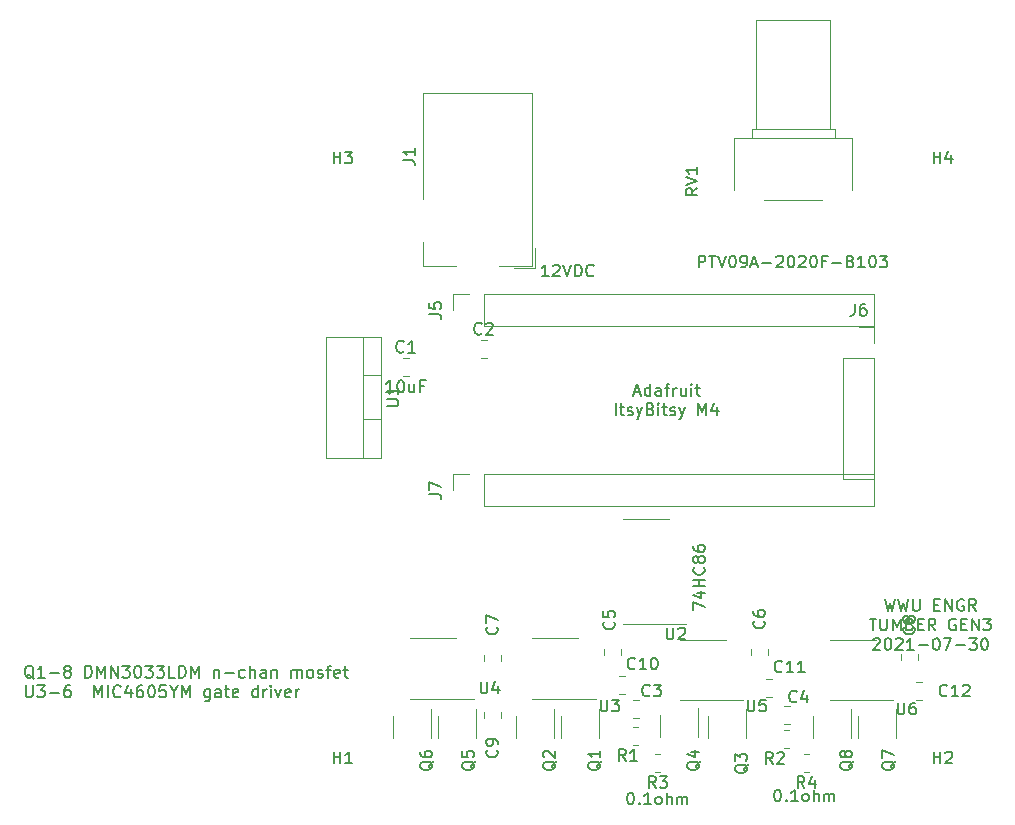
<source format=gbr>
G04 #@! TF.GenerationSoftware,KiCad,Pcbnew,5.1.7-a382d34a8~88~ubuntu18.04.1*
G04 #@! TF.CreationDate,2021-08-02T14:04:30-07:00*
G04 #@! TF.ProjectId,tumbler_gen3,74756d62-6c65-4725-9f67-656e332e6b69,V1.7*
G04 #@! TF.SameCoordinates,Original*
G04 #@! TF.FileFunction,Legend,Top*
G04 #@! TF.FilePolarity,Positive*
%FSLAX46Y46*%
G04 Gerber Fmt 4.6, Leading zero omitted, Abs format (unit mm)*
G04 Created by KiCad (PCBNEW 5.1.7-a382d34a8~88~ubuntu18.04.1) date 2021-08-02 14:04:30*
%MOMM*%
%LPD*%
G01*
G04 APERTURE LIST*
%ADD10C,0.152400*%
%ADD11C,0.150000*%
%ADD12C,0.120000*%
G04 APERTURE END LIST*
D10*
X163832298Y-150086180D02*
X163735536Y-150037800D01*
X163638774Y-149941038D01*
X163493631Y-149795895D01*
X163396869Y-149747514D01*
X163300107Y-149747514D01*
X163348488Y-149989419D02*
X163251726Y-149941038D01*
X163154964Y-149844276D01*
X163106583Y-149650752D01*
X163106583Y-149312085D01*
X163154964Y-149118561D01*
X163251726Y-149021800D01*
X163348488Y-148973419D01*
X163542012Y-148973419D01*
X163638774Y-149021800D01*
X163735536Y-149118561D01*
X163783917Y-149312085D01*
X163783917Y-149650752D01*
X163735536Y-149844276D01*
X163638774Y-149941038D01*
X163542012Y-149989419D01*
X163348488Y-149989419D01*
X164751536Y-149989419D02*
X164170964Y-149989419D01*
X164461250Y-149989419D02*
X164461250Y-148973419D01*
X164364488Y-149118561D01*
X164267726Y-149215323D01*
X164170964Y-149263704D01*
X165186964Y-149602371D02*
X165961060Y-149602371D01*
X166590012Y-149408847D02*
X166493250Y-149360466D01*
X166444869Y-149312085D01*
X166396488Y-149215323D01*
X166396488Y-149166942D01*
X166444869Y-149070180D01*
X166493250Y-149021800D01*
X166590012Y-148973419D01*
X166783536Y-148973419D01*
X166880298Y-149021800D01*
X166928679Y-149070180D01*
X166977060Y-149166942D01*
X166977060Y-149215323D01*
X166928679Y-149312085D01*
X166880298Y-149360466D01*
X166783536Y-149408847D01*
X166590012Y-149408847D01*
X166493250Y-149457228D01*
X166444869Y-149505609D01*
X166396488Y-149602371D01*
X166396488Y-149795895D01*
X166444869Y-149892657D01*
X166493250Y-149941038D01*
X166590012Y-149989419D01*
X166783536Y-149989419D01*
X166880298Y-149941038D01*
X166928679Y-149892657D01*
X166977060Y-149795895D01*
X166977060Y-149602371D01*
X166928679Y-149505609D01*
X166880298Y-149457228D01*
X166783536Y-149408847D01*
X168186583Y-149989419D02*
X168186583Y-148973419D01*
X168428488Y-148973419D01*
X168573631Y-149021800D01*
X168670393Y-149118561D01*
X168718774Y-149215323D01*
X168767155Y-149408847D01*
X168767155Y-149553990D01*
X168718774Y-149747514D01*
X168670393Y-149844276D01*
X168573631Y-149941038D01*
X168428488Y-149989419D01*
X168186583Y-149989419D01*
X169202583Y-149989419D02*
X169202583Y-148973419D01*
X169541250Y-149699133D01*
X169879917Y-148973419D01*
X169879917Y-149989419D01*
X170363726Y-149989419D02*
X170363726Y-148973419D01*
X170944298Y-149989419D01*
X170944298Y-148973419D01*
X171331345Y-148973419D02*
X171960298Y-148973419D01*
X171621631Y-149360466D01*
X171766774Y-149360466D01*
X171863536Y-149408847D01*
X171911917Y-149457228D01*
X171960298Y-149553990D01*
X171960298Y-149795895D01*
X171911917Y-149892657D01*
X171863536Y-149941038D01*
X171766774Y-149989419D01*
X171476488Y-149989419D01*
X171379726Y-149941038D01*
X171331345Y-149892657D01*
X172589250Y-148973419D02*
X172686012Y-148973419D01*
X172782774Y-149021800D01*
X172831155Y-149070180D01*
X172879536Y-149166942D01*
X172927917Y-149360466D01*
X172927917Y-149602371D01*
X172879536Y-149795895D01*
X172831155Y-149892657D01*
X172782774Y-149941038D01*
X172686012Y-149989419D01*
X172589250Y-149989419D01*
X172492488Y-149941038D01*
X172444107Y-149892657D01*
X172395726Y-149795895D01*
X172347345Y-149602371D01*
X172347345Y-149360466D01*
X172395726Y-149166942D01*
X172444107Y-149070180D01*
X172492488Y-149021800D01*
X172589250Y-148973419D01*
X173266583Y-148973419D02*
X173895536Y-148973419D01*
X173556869Y-149360466D01*
X173702012Y-149360466D01*
X173798774Y-149408847D01*
X173847155Y-149457228D01*
X173895536Y-149553990D01*
X173895536Y-149795895D01*
X173847155Y-149892657D01*
X173798774Y-149941038D01*
X173702012Y-149989419D01*
X173411726Y-149989419D01*
X173314964Y-149941038D01*
X173266583Y-149892657D01*
X174234202Y-148973419D02*
X174863155Y-148973419D01*
X174524488Y-149360466D01*
X174669631Y-149360466D01*
X174766393Y-149408847D01*
X174814774Y-149457228D01*
X174863155Y-149553990D01*
X174863155Y-149795895D01*
X174814774Y-149892657D01*
X174766393Y-149941038D01*
X174669631Y-149989419D01*
X174379345Y-149989419D01*
X174282583Y-149941038D01*
X174234202Y-149892657D01*
X175782393Y-149989419D02*
X175298583Y-149989419D01*
X175298583Y-148973419D01*
X176121060Y-149989419D02*
X176121060Y-148973419D01*
X176362964Y-148973419D01*
X176508107Y-149021800D01*
X176604869Y-149118561D01*
X176653250Y-149215323D01*
X176701631Y-149408847D01*
X176701631Y-149553990D01*
X176653250Y-149747514D01*
X176604869Y-149844276D01*
X176508107Y-149941038D01*
X176362964Y-149989419D01*
X176121060Y-149989419D01*
X177137060Y-149989419D02*
X177137060Y-148973419D01*
X177475726Y-149699133D01*
X177814393Y-148973419D01*
X177814393Y-149989419D01*
X179072298Y-149312085D02*
X179072298Y-149989419D01*
X179072298Y-149408847D02*
X179120679Y-149360466D01*
X179217440Y-149312085D01*
X179362583Y-149312085D01*
X179459345Y-149360466D01*
X179507726Y-149457228D01*
X179507726Y-149989419D01*
X179991536Y-149602371D02*
X180765631Y-149602371D01*
X181684869Y-149941038D02*
X181588107Y-149989419D01*
X181394583Y-149989419D01*
X181297821Y-149941038D01*
X181249440Y-149892657D01*
X181201060Y-149795895D01*
X181201060Y-149505609D01*
X181249440Y-149408847D01*
X181297821Y-149360466D01*
X181394583Y-149312085D01*
X181588107Y-149312085D01*
X181684869Y-149360466D01*
X182120298Y-149989419D02*
X182120298Y-148973419D01*
X182555726Y-149989419D02*
X182555726Y-149457228D01*
X182507345Y-149360466D01*
X182410583Y-149312085D01*
X182265440Y-149312085D01*
X182168679Y-149360466D01*
X182120298Y-149408847D01*
X183474964Y-149989419D02*
X183474964Y-149457228D01*
X183426583Y-149360466D01*
X183329821Y-149312085D01*
X183136298Y-149312085D01*
X183039536Y-149360466D01*
X183474964Y-149941038D02*
X183378202Y-149989419D01*
X183136298Y-149989419D01*
X183039536Y-149941038D01*
X182991155Y-149844276D01*
X182991155Y-149747514D01*
X183039536Y-149650752D01*
X183136298Y-149602371D01*
X183378202Y-149602371D01*
X183474964Y-149553990D01*
X183958774Y-149312085D02*
X183958774Y-149989419D01*
X183958774Y-149408847D02*
X184007155Y-149360466D01*
X184103917Y-149312085D01*
X184249060Y-149312085D01*
X184345821Y-149360466D01*
X184394202Y-149457228D01*
X184394202Y-149989419D01*
X185652107Y-149989419D02*
X185652107Y-149312085D01*
X185652107Y-149408847D02*
X185700488Y-149360466D01*
X185797250Y-149312085D01*
X185942393Y-149312085D01*
X186039155Y-149360466D01*
X186087536Y-149457228D01*
X186087536Y-149989419D01*
X186087536Y-149457228D02*
X186135917Y-149360466D01*
X186232679Y-149312085D01*
X186377821Y-149312085D01*
X186474583Y-149360466D01*
X186522964Y-149457228D01*
X186522964Y-149989419D01*
X187151917Y-149989419D02*
X187055155Y-149941038D01*
X187006774Y-149892657D01*
X186958393Y-149795895D01*
X186958393Y-149505609D01*
X187006774Y-149408847D01*
X187055155Y-149360466D01*
X187151917Y-149312085D01*
X187297060Y-149312085D01*
X187393821Y-149360466D01*
X187442202Y-149408847D01*
X187490583Y-149505609D01*
X187490583Y-149795895D01*
X187442202Y-149892657D01*
X187393821Y-149941038D01*
X187297060Y-149989419D01*
X187151917Y-149989419D01*
X187877631Y-149941038D02*
X187974393Y-149989419D01*
X188167917Y-149989419D01*
X188264679Y-149941038D01*
X188313060Y-149844276D01*
X188313060Y-149795895D01*
X188264679Y-149699133D01*
X188167917Y-149650752D01*
X188022774Y-149650752D01*
X187926012Y-149602371D01*
X187877631Y-149505609D01*
X187877631Y-149457228D01*
X187926012Y-149360466D01*
X188022774Y-149312085D01*
X188167917Y-149312085D01*
X188264679Y-149360466D01*
X188603345Y-149312085D02*
X188990393Y-149312085D01*
X188748488Y-149989419D02*
X188748488Y-149118561D01*
X188796869Y-149021800D01*
X188893631Y-148973419D01*
X188990393Y-148973419D01*
X189716107Y-149941038D02*
X189619345Y-149989419D01*
X189425821Y-149989419D01*
X189329060Y-149941038D01*
X189280679Y-149844276D01*
X189280679Y-149457228D01*
X189329060Y-149360466D01*
X189425821Y-149312085D01*
X189619345Y-149312085D01*
X189716107Y-149360466D01*
X189764488Y-149457228D01*
X189764488Y-149553990D01*
X189280679Y-149650752D01*
X190054774Y-149312085D02*
X190441821Y-149312085D01*
X190199917Y-148973419D02*
X190199917Y-149844276D01*
X190248298Y-149941038D01*
X190345060Y-149989419D01*
X190441821Y-149989419D01*
X163154964Y-150649819D02*
X163154964Y-151472295D01*
X163203345Y-151569057D01*
X163251726Y-151617438D01*
X163348488Y-151665819D01*
X163542012Y-151665819D01*
X163638774Y-151617438D01*
X163687155Y-151569057D01*
X163735536Y-151472295D01*
X163735536Y-150649819D01*
X164122583Y-150649819D02*
X164751536Y-150649819D01*
X164412869Y-151036866D01*
X164558012Y-151036866D01*
X164654774Y-151085247D01*
X164703155Y-151133628D01*
X164751536Y-151230390D01*
X164751536Y-151472295D01*
X164703155Y-151569057D01*
X164654774Y-151617438D01*
X164558012Y-151665819D01*
X164267726Y-151665819D01*
X164170964Y-151617438D01*
X164122583Y-151569057D01*
X165186964Y-151278771D02*
X165961060Y-151278771D01*
X166880298Y-150649819D02*
X166686774Y-150649819D01*
X166590012Y-150698200D01*
X166541631Y-150746580D01*
X166444869Y-150891723D01*
X166396488Y-151085247D01*
X166396488Y-151472295D01*
X166444869Y-151569057D01*
X166493250Y-151617438D01*
X166590012Y-151665819D01*
X166783536Y-151665819D01*
X166880298Y-151617438D01*
X166928679Y-151569057D01*
X166977060Y-151472295D01*
X166977060Y-151230390D01*
X166928679Y-151133628D01*
X166880298Y-151085247D01*
X166783536Y-151036866D01*
X166590012Y-151036866D01*
X166493250Y-151085247D01*
X166444869Y-151133628D01*
X166396488Y-151230390D01*
X168960679Y-151665819D02*
X168960679Y-150649819D01*
X169299345Y-151375533D01*
X169638012Y-150649819D01*
X169638012Y-151665819D01*
X170121821Y-151665819D02*
X170121821Y-150649819D01*
X171186202Y-151569057D02*
X171137821Y-151617438D01*
X170992679Y-151665819D01*
X170895917Y-151665819D01*
X170750774Y-151617438D01*
X170654012Y-151520676D01*
X170605631Y-151423914D01*
X170557250Y-151230390D01*
X170557250Y-151085247D01*
X170605631Y-150891723D01*
X170654012Y-150794961D01*
X170750774Y-150698200D01*
X170895917Y-150649819D01*
X170992679Y-150649819D01*
X171137821Y-150698200D01*
X171186202Y-150746580D01*
X172057060Y-150988485D02*
X172057060Y-151665819D01*
X171815155Y-150601438D02*
X171573250Y-151327152D01*
X172202202Y-151327152D01*
X173024679Y-150649819D02*
X172831155Y-150649819D01*
X172734393Y-150698200D01*
X172686012Y-150746580D01*
X172589250Y-150891723D01*
X172540869Y-151085247D01*
X172540869Y-151472295D01*
X172589250Y-151569057D01*
X172637631Y-151617438D01*
X172734393Y-151665819D01*
X172927917Y-151665819D01*
X173024679Y-151617438D01*
X173073060Y-151569057D01*
X173121440Y-151472295D01*
X173121440Y-151230390D01*
X173073060Y-151133628D01*
X173024679Y-151085247D01*
X172927917Y-151036866D01*
X172734393Y-151036866D01*
X172637631Y-151085247D01*
X172589250Y-151133628D01*
X172540869Y-151230390D01*
X173750393Y-150649819D02*
X173847155Y-150649819D01*
X173943917Y-150698200D01*
X173992298Y-150746580D01*
X174040679Y-150843342D01*
X174089060Y-151036866D01*
X174089060Y-151278771D01*
X174040679Y-151472295D01*
X173992298Y-151569057D01*
X173943917Y-151617438D01*
X173847155Y-151665819D01*
X173750393Y-151665819D01*
X173653631Y-151617438D01*
X173605250Y-151569057D01*
X173556869Y-151472295D01*
X173508488Y-151278771D01*
X173508488Y-151036866D01*
X173556869Y-150843342D01*
X173605250Y-150746580D01*
X173653631Y-150698200D01*
X173750393Y-150649819D01*
X175008298Y-150649819D02*
X174524488Y-150649819D01*
X174476107Y-151133628D01*
X174524488Y-151085247D01*
X174621250Y-151036866D01*
X174863155Y-151036866D01*
X174959917Y-151085247D01*
X175008298Y-151133628D01*
X175056679Y-151230390D01*
X175056679Y-151472295D01*
X175008298Y-151569057D01*
X174959917Y-151617438D01*
X174863155Y-151665819D01*
X174621250Y-151665819D01*
X174524488Y-151617438D01*
X174476107Y-151569057D01*
X175685631Y-151182009D02*
X175685631Y-151665819D01*
X175346964Y-150649819D02*
X175685631Y-151182009D01*
X176024298Y-150649819D01*
X176362964Y-151665819D02*
X176362964Y-150649819D01*
X176701631Y-151375533D01*
X177040298Y-150649819D01*
X177040298Y-151665819D01*
X178733631Y-150988485D02*
X178733631Y-151810961D01*
X178685250Y-151907723D01*
X178636869Y-151956104D01*
X178540107Y-152004485D01*
X178394964Y-152004485D01*
X178298202Y-151956104D01*
X178733631Y-151617438D02*
X178636869Y-151665819D01*
X178443345Y-151665819D01*
X178346583Y-151617438D01*
X178298202Y-151569057D01*
X178249821Y-151472295D01*
X178249821Y-151182009D01*
X178298202Y-151085247D01*
X178346583Y-151036866D01*
X178443345Y-150988485D01*
X178636869Y-150988485D01*
X178733631Y-151036866D01*
X179652869Y-151665819D02*
X179652869Y-151133628D01*
X179604488Y-151036866D01*
X179507726Y-150988485D01*
X179314202Y-150988485D01*
X179217440Y-151036866D01*
X179652869Y-151617438D02*
X179556107Y-151665819D01*
X179314202Y-151665819D01*
X179217440Y-151617438D01*
X179169060Y-151520676D01*
X179169060Y-151423914D01*
X179217440Y-151327152D01*
X179314202Y-151278771D01*
X179556107Y-151278771D01*
X179652869Y-151230390D01*
X179991536Y-150988485D02*
X180378583Y-150988485D01*
X180136679Y-150649819D02*
X180136679Y-151520676D01*
X180185060Y-151617438D01*
X180281821Y-151665819D01*
X180378583Y-151665819D01*
X181104298Y-151617438D02*
X181007536Y-151665819D01*
X180814012Y-151665819D01*
X180717250Y-151617438D01*
X180668869Y-151520676D01*
X180668869Y-151133628D01*
X180717250Y-151036866D01*
X180814012Y-150988485D01*
X181007536Y-150988485D01*
X181104298Y-151036866D01*
X181152679Y-151133628D01*
X181152679Y-151230390D01*
X180668869Y-151327152D01*
X182797631Y-151665819D02*
X182797631Y-150649819D01*
X182797631Y-151617438D02*
X182700869Y-151665819D01*
X182507345Y-151665819D01*
X182410583Y-151617438D01*
X182362202Y-151569057D01*
X182313821Y-151472295D01*
X182313821Y-151182009D01*
X182362202Y-151085247D01*
X182410583Y-151036866D01*
X182507345Y-150988485D01*
X182700869Y-150988485D01*
X182797631Y-151036866D01*
X183281440Y-151665819D02*
X183281440Y-150988485D01*
X183281440Y-151182009D02*
X183329821Y-151085247D01*
X183378202Y-151036866D01*
X183474964Y-150988485D01*
X183571726Y-150988485D01*
X183910393Y-151665819D02*
X183910393Y-150988485D01*
X183910393Y-150649819D02*
X183862012Y-150698200D01*
X183910393Y-150746580D01*
X183958774Y-150698200D01*
X183910393Y-150649819D01*
X183910393Y-150746580D01*
X184297440Y-150988485D02*
X184539345Y-151665819D01*
X184781250Y-150988485D01*
X185555345Y-151617438D02*
X185458583Y-151665819D01*
X185265060Y-151665819D01*
X185168298Y-151617438D01*
X185119917Y-151520676D01*
X185119917Y-151133628D01*
X185168298Y-151036866D01*
X185265060Y-150988485D01*
X185458583Y-150988485D01*
X185555345Y-151036866D01*
X185603726Y-151133628D01*
X185603726Y-151230390D01*
X185119917Y-151327152D01*
X186039155Y-151665819D02*
X186039155Y-150988485D01*
X186039155Y-151182009D02*
X186087536Y-151085247D01*
X186135917Y-151036866D01*
X186232679Y-150988485D01*
X186329440Y-150988485D01*
D11*
X220139619Y-115260380D02*
X220139619Y-114260380D01*
X220520571Y-114260380D01*
X220615809Y-114308000D01*
X220663428Y-114355619D01*
X220711047Y-114450857D01*
X220711047Y-114593714D01*
X220663428Y-114688952D01*
X220615809Y-114736571D01*
X220520571Y-114784190D01*
X220139619Y-114784190D01*
X220996761Y-114260380D02*
X221568190Y-114260380D01*
X221282476Y-115260380D02*
X221282476Y-114260380D01*
X221758666Y-114260380D02*
X222092000Y-115260380D01*
X222425333Y-114260380D01*
X222949142Y-114260380D02*
X223044380Y-114260380D01*
X223139619Y-114308000D01*
X223187238Y-114355619D01*
X223234857Y-114450857D01*
X223282476Y-114641333D01*
X223282476Y-114879428D01*
X223234857Y-115069904D01*
X223187238Y-115165142D01*
X223139619Y-115212761D01*
X223044380Y-115260380D01*
X222949142Y-115260380D01*
X222853904Y-115212761D01*
X222806285Y-115165142D01*
X222758666Y-115069904D01*
X222711047Y-114879428D01*
X222711047Y-114641333D01*
X222758666Y-114450857D01*
X222806285Y-114355619D01*
X222853904Y-114308000D01*
X222949142Y-114260380D01*
X223758666Y-115260380D02*
X223949142Y-115260380D01*
X224044380Y-115212761D01*
X224092000Y-115165142D01*
X224187238Y-115022285D01*
X224234857Y-114831809D01*
X224234857Y-114450857D01*
X224187238Y-114355619D01*
X224139619Y-114308000D01*
X224044380Y-114260380D01*
X223853904Y-114260380D01*
X223758666Y-114308000D01*
X223711047Y-114355619D01*
X223663428Y-114450857D01*
X223663428Y-114688952D01*
X223711047Y-114784190D01*
X223758666Y-114831809D01*
X223853904Y-114879428D01*
X224044380Y-114879428D01*
X224139619Y-114831809D01*
X224187238Y-114784190D01*
X224234857Y-114688952D01*
X224615809Y-114974666D02*
X225092000Y-114974666D01*
X224520571Y-115260380D02*
X224853904Y-114260380D01*
X225187238Y-115260380D01*
X225520571Y-114879428D02*
X226282476Y-114879428D01*
X226711047Y-114355619D02*
X226758666Y-114308000D01*
X226853904Y-114260380D01*
X227092000Y-114260380D01*
X227187238Y-114308000D01*
X227234857Y-114355619D01*
X227282476Y-114450857D01*
X227282476Y-114546095D01*
X227234857Y-114688952D01*
X226663428Y-115260380D01*
X227282476Y-115260380D01*
X227901523Y-114260380D02*
X227996761Y-114260380D01*
X228092000Y-114308000D01*
X228139619Y-114355619D01*
X228187238Y-114450857D01*
X228234857Y-114641333D01*
X228234857Y-114879428D01*
X228187238Y-115069904D01*
X228139619Y-115165142D01*
X228092000Y-115212761D01*
X227996761Y-115260380D01*
X227901523Y-115260380D01*
X227806285Y-115212761D01*
X227758666Y-115165142D01*
X227711047Y-115069904D01*
X227663428Y-114879428D01*
X227663428Y-114641333D01*
X227711047Y-114450857D01*
X227758666Y-114355619D01*
X227806285Y-114308000D01*
X227901523Y-114260380D01*
X228615809Y-114355619D02*
X228663428Y-114308000D01*
X228758666Y-114260380D01*
X228996761Y-114260380D01*
X229092000Y-114308000D01*
X229139619Y-114355619D01*
X229187238Y-114450857D01*
X229187238Y-114546095D01*
X229139619Y-114688952D01*
X228568190Y-115260380D01*
X229187238Y-115260380D01*
X229806285Y-114260380D02*
X229901523Y-114260380D01*
X229996761Y-114308000D01*
X230044380Y-114355619D01*
X230092000Y-114450857D01*
X230139619Y-114641333D01*
X230139619Y-114879428D01*
X230092000Y-115069904D01*
X230044380Y-115165142D01*
X229996761Y-115212761D01*
X229901523Y-115260380D01*
X229806285Y-115260380D01*
X229711047Y-115212761D01*
X229663428Y-115165142D01*
X229615809Y-115069904D01*
X229568190Y-114879428D01*
X229568190Y-114641333D01*
X229615809Y-114450857D01*
X229663428Y-114355619D01*
X229711047Y-114308000D01*
X229806285Y-114260380D01*
X230901523Y-114736571D02*
X230568190Y-114736571D01*
X230568190Y-115260380D02*
X230568190Y-114260380D01*
X231044380Y-114260380D01*
X231425333Y-114879428D02*
X232187238Y-114879428D01*
X232996761Y-114736571D02*
X233139619Y-114784190D01*
X233187238Y-114831809D01*
X233234857Y-114927047D01*
X233234857Y-115069904D01*
X233187238Y-115165142D01*
X233139619Y-115212761D01*
X233044380Y-115260380D01*
X232663428Y-115260380D01*
X232663428Y-114260380D01*
X232996761Y-114260380D01*
X233092000Y-114308000D01*
X233139619Y-114355619D01*
X233187238Y-114450857D01*
X233187238Y-114546095D01*
X233139619Y-114641333D01*
X233092000Y-114688952D01*
X232996761Y-114736571D01*
X232663428Y-114736571D01*
X234187238Y-115260380D02*
X233615809Y-115260380D01*
X233901523Y-115260380D02*
X233901523Y-114260380D01*
X233806285Y-114403238D01*
X233711047Y-114498476D01*
X233615809Y-114546095D01*
X234806285Y-114260380D02*
X234901523Y-114260380D01*
X234996761Y-114308000D01*
X235044380Y-114355619D01*
X235092000Y-114450857D01*
X235139619Y-114641333D01*
X235139619Y-114879428D01*
X235092000Y-115069904D01*
X235044380Y-115165142D01*
X234996761Y-115212761D01*
X234901523Y-115260380D01*
X234806285Y-115260380D01*
X234711047Y-115212761D01*
X234663428Y-115165142D01*
X234615809Y-115069904D01*
X234568190Y-114879428D01*
X234568190Y-114641333D01*
X234615809Y-114450857D01*
X234663428Y-114355619D01*
X234711047Y-114308000D01*
X234806285Y-114260380D01*
X235472952Y-114260380D02*
X236092000Y-114260380D01*
X235758666Y-114641333D01*
X235901523Y-114641333D01*
X235996761Y-114688952D01*
X236044380Y-114736571D01*
X236092000Y-114831809D01*
X236092000Y-115069904D01*
X236044380Y-115165142D01*
X235996761Y-115212761D01*
X235901523Y-115260380D01*
X235615809Y-115260380D01*
X235520571Y-115212761D01*
X235472952Y-115165142D01*
X235895047Y-143344380D02*
X236133142Y-144344380D01*
X236323619Y-143630095D01*
X236514095Y-144344380D01*
X236752190Y-143344380D01*
X237037904Y-143344380D02*
X237276000Y-144344380D01*
X237466476Y-143630095D01*
X237656952Y-144344380D01*
X237895047Y-143344380D01*
X238276000Y-143344380D02*
X238276000Y-144153904D01*
X238323619Y-144249142D01*
X238371238Y-144296761D01*
X238466476Y-144344380D01*
X238656952Y-144344380D01*
X238752190Y-144296761D01*
X238799809Y-144249142D01*
X238847428Y-144153904D01*
X238847428Y-143344380D01*
X240085523Y-143820571D02*
X240418857Y-143820571D01*
X240561714Y-144344380D02*
X240085523Y-144344380D01*
X240085523Y-143344380D01*
X240561714Y-143344380D01*
X240990285Y-144344380D02*
X240990285Y-143344380D01*
X241561714Y-144344380D01*
X241561714Y-143344380D01*
X242561714Y-143392000D02*
X242466476Y-143344380D01*
X242323619Y-143344380D01*
X242180761Y-143392000D01*
X242085523Y-143487238D01*
X242037904Y-143582476D01*
X241990285Y-143772952D01*
X241990285Y-143915809D01*
X242037904Y-144106285D01*
X242085523Y-144201523D01*
X242180761Y-144296761D01*
X242323619Y-144344380D01*
X242418857Y-144344380D01*
X242561714Y-144296761D01*
X242609333Y-144249142D01*
X242609333Y-143915809D01*
X242418857Y-143915809D01*
X243609333Y-144344380D02*
X243276000Y-143868190D01*
X243037904Y-144344380D02*
X243037904Y-143344380D01*
X243418857Y-143344380D01*
X243514095Y-143392000D01*
X243561714Y-143439619D01*
X243609333Y-143534857D01*
X243609333Y-143677714D01*
X243561714Y-143772952D01*
X243514095Y-143820571D01*
X243418857Y-143868190D01*
X243037904Y-143868190D01*
X234609333Y-144994380D02*
X235180761Y-144994380D01*
X234895047Y-145994380D02*
X234895047Y-144994380D01*
X235514095Y-144994380D02*
X235514095Y-145803904D01*
X235561714Y-145899142D01*
X235609333Y-145946761D01*
X235704571Y-145994380D01*
X235895047Y-145994380D01*
X235990285Y-145946761D01*
X236037904Y-145899142D01*
X236085523Y-145803904D01*
X236085523Y-144994380D01*
X236561714Y-145994380D02*
X236561714Y-144994380D01*
X236895047Y-145708666D01*
X237228380Y-144994380D01*
X237228380Y-145994380D01*
X238037904Y-145470571D02*
X238180761Y-145518190D01*
X238228380Y-145565809D01*
X238276000Y-145661047D01*
X238276000Y-145803904D01*
X238228380Y-145899142D01*
X238180761Y-145946761D01*
X238085523Y-145994380D01*
X237704571Y-145994380D01*
X237704571Y-144994380D01*
X238037904Y-144994380D01*
X238133142Y-145042000D01*
X238180761Y-145089619D01*
X238228380Y-145184857D01*
X238228380Y-145280095D01*
X238180761Y-145375333D01*
X238133142Y-145422952D01*
X238037904Y-145470571D01*
X237704571Y-145470571D01*
X238704571Y-145470571D02*
X239037904Y-145470571D01*
X239180761Y-145994380D02*
X238704571Y-145994380D01*
X238704571Y-144994380D01*
X239180761Y-144994380D01*
X240180761Y-145994380D02*
X239847428Y-145518190D01*
X239609333Y-145994380D02*
X239609333Y-144994380D01*
X239990285Y-144994380D01*
X240085523Y-145042000D01*
X240133142Y-145089619D01*
X240180761Y-145184857D01*
X240180761Y-145327714D01*
X240133142Y-145422952D01*
X240085523Y-145470571D01*
X239990285Y-145518190D01*
X239609333Y-145518190D01*
X241895047Y-145042000D02*
X241799809Y-144994380D01*
X241656952Y-144994380D01*
X241514095Y-145042000D01*
X241418857Y-145137238D01*
X241371238Y-145232476D01*
X241323619Y-145422952D01*
X241323619Y-145565809D01*
X241371238Y-145756285D01*
X241418857Y-145851523D01*
X241514095Y-145946761D01*
X241656952Y-145994380D01*
X241752190Y-145994380D01*
X241895047Y-145946761D01*
X241942666Y-145899142D01*
X241942666Y-145565809D01*
X241752190Y-145565809D01*
X242371238Y-145470571D02*
X242704571Y-145470571D01*
X242847428Y-145994380D02*
X242371238Y-145994380D01*
X242371238Y-144994380D01*
X242847428Y-144994380D01*
X243276000Y-145994380D02*
X243276000Y-144994380D01*
X243847428Y-145994380D01*
X243847428Y-144994380D01*
X244228380Y-144994380D02*
X244847428Y-144994380D01*
X244514095Y-145375333D01*
X244656952Y-145375333D01*
X244752190Y-145422952D01*
X244799809Y-145470571D01*
X244847428Y-145565809D01*
X244847428Y-145803904D01*
X244799809Y-145899142D01*
X244752190Y-145946761D01*
X244656952Y-145994380D01*
X244371238Y-145994380D01*
X244275999Y-145946761D01*
X244228380Y-145899142D01*
X234918857Y-146739619D02*
X234966476Y-146692000D01*
X235061714Y-146644380D01*
X235299809Y-146644380D01*
X235395047Y-146692000D01*
X235442666Y-146739619D01*
X235490285Y-146834857D01*
X235490285Y-146930095D01*
X235442666Y-147072952D01*
X234871238Y-147644380D01*
X235490285Y-147644380D01*
X236109333Y-146644380D02*
X236204571Y-146644380D01*
X236299809Y-146692000D01*
X236347428Y-146739619D01*
X236395047Y-146834857D01*
X236442666Y-147025333D01*
X236442666Y-147263428D01*
X236395047Y-147453904D01*
X236347428Y-147549142D01*
X236299809Y-147596761D01*
X236204571Y-147644380D01*
X236109333Y-147644380D01*
X236014095Y-147596761D01*
X235966476Y-147549142D01*
X235918857Y-147453904D01*
X235871238Y-147263428D01*
X235871238Y-147025333D01*
X235918857Y-146834857D01*
X235966476Y-146739619D01*
X236014095Y-146692000D01*
X236109333Y-146644380D01*
X236823619Y-146739619D02*
X236871238Y-146692000D01*
X236966476Y-146644380D01*
X237204571Y-146644380D01*
X237299809Y-146692000D01*
X237347428Y-146739619D01*
X237395047Y-146834857D01*
X237395047Y-146930095D01*
X237347428Y-147072952D01*
X236776000Y-147644380D01*
X237395047Y-147644380D01*
X238347428Y-147644380D02*
X237776000Y-147644380D01*
X238061714Y-147644380D02*
X238061714Y-146644380D01*
X237966476Y-146787238D01*
X237871238Y-146882476D01*
X237776000Y-146930095D01*
X238776000Y-147263428D02*
X239537904Y-147263428D01*
X240204571Y-146644380D02*
X240299809Y-146644380D01*
X240395047Y-146692000D01*
X240442666Y-146739619D01*
X240490285Y-146834857D01*
X240537904Y-147025333D01*
X240537904Y-147263428D01*
X240490285Y-147453904D01*
X240442666Y-147549142D01*
X240395047Y-147596761D01*
X240299809Y-147644380D01*
X240204571Y-147644380D01*
X240109333Y-147596761D01*
X240061714Y-147549142D01*
X240014095Y-147453904D01*
X239966476Y-147263428D01*
X239966476Y-147025333D01*
X240014095Y-146834857D01*
X240061714Y-146739619D01*
X240109333Y-146692000D01*
X240204571Y-146644380D01*
X240871238Y-146644380D02*
X241537904Y-146644380D01*
X241109333Y-147644380D01*
X241918857Y-147263428D02*
X242680761Y-147263428D01*
X243061714Y-146644380D02*
X243680761Y-146644380D01*
X243347428Y-147025333D01*
X243490285Y-147025333D01*
X243585523Y-147072952D01*
X243633142Y-147120571D01*
X243680761Y-147215809D01*
X243680761Y-147453904D01*
X243633142Y-147549142D01*
X243585523Y-147596761D01*
X243490285Y-147644380D01*
X243204571Y-147644380D01*
X243109333Y-147596761D01*
X243061714Y-147549142D01*
X244299809Y-146644380D02*
X244395047Y-146644380D01*
X244490285Y-146692000D01*
X244537904Y-146739619D01*
X244585523Y-146834857D01*
X244633142Y-147025333D01*
X244633142Y-147263428D01*
X244585523Y-147453904D01*
X244537904Y-147549142D01*
X244490285Y-147596761D01*
X244395047Y-147644380D01*
X244299809Y-147644380D01*
X244204571Y-147596761D01*
X244156952Y-147549142D01*
X244109333Y-147453904D01*
X244061714Y-147263428D01*
X244061714Y-147025333D01*
X244109333Y-146834857D01*
X244156952Y-146739619D01*
X244204571Y-146692000D01*
X244299809Y-146644380D01*
X207422952Y-116022380D02*
X206851523Y-116022380D01*
X207137238Y-116022380D02*
X207137238Y-115022380D01*
X207042000Y-115165238D01*
X206946761Y-115260476D01*
X206851523Y-115308095D01*
X207803904Y-115117619D02*
X207851523Y-115070000D01*
X207946761Y-115022380D01*
X208184857Y-115022380D01*
X208280095Y-115070000D01*
X208327714Y-115117619D01*
X208375333Y-115212857D01*
X208375333Y-115308095D01*
X208327714Y-115450952D01*
X207756285Y-116022380D01*
X208375333Y-116022380D01*
X208661047Y-115022380D02*
X208994380Y-116022380D01*
X209327714Y-115022380D01*
X209661047Y-116022380D02*
X209661047Y-115022380D01*
X209899142Y-115022380D01*
X210042000Y-115070000D01*
X210137238Y-115165238D01*
X210184857Y-115260476D01*
X210232476Y-115450952D01*
X210232476Y-115593809D01*
X210184857Y-115784285D01*
X210137238Y-115879523D01*
X210042000Y-115974761D01*
X209899142Y-116022380D01*
X209661047Y-116022380D01*
X211232476Y-115927142D02*
X211184857Y-115974761D01*
X211042000Y-116022380D01*
X210946761Y-116022380D01*
X210803904Y-115974761D01*
X210708666Y-115879523D01*
X210661047Y-115784285D01*
X210613428Y-115593809D01*
X210613428Y-115450952D01*
X210661047Y-115260476D01*
X210708666Y-115165238D01*
X210803904Y-115070000D01*
X210946761Y-115022380D01*
X211042000Y-115022380D01*
X211184857Y-115070000D01*
X211232476Y-115117619D01*
X214709714Y-125833666D02*
X215185904Y-125833666D01*
X214614476Y-126119380D02*
X214947809Y-125119380D01*
X215281142Y-126119380D01*
X216043047Y-126119380D02*
X216043047Y-125119380D01*
X216043047Y-126071761D02*
X215947809Y-126119380D01*
X215757333Y-126119380D01*
X215662095Y-126071761D01*
X215614476Y-126024142D01*
X215566857Y-125928904D01*
X215566857Y-125643190D01*
X215614476Y-125547952D01*
X215662095Y-125500333D01*
X215757333Y-125452714D01*
X215947809Y-125452714D01*
X216043047Y-125500333D01*
X216947809Y-126119380D02*
X216947809Y-125595571D01*
X216900190Y-125500333D01*
X216804952Y-125452714D01*
X216614476Y-125452714D01*
X216519238Y-125500333D01*
X216947809Y-126071761D02*
X216852571Y-126119380D01*
X216614476Y-126119380D01*
X216519238Y-126071761D01*
X216471619Y-125976523D01*
X216471619Y-125881285D01*
X216519238Y-125786047D01*
X216614476Y-125738428D01*
X216852571Y-125738428D01*
X216947809Y-125690809D01*
X217281142Y-125452714D02*
X217662095Y-125452714D01*
X217424000Y-126119380D02*
X217424000Y-125262238D01*
X217471619Y-125167000D01*
X217566857Y-125119380D01*
X217662095Y-125119380D01*
X217995428Y-126119380D02*
X217995428Y-125452714D01*
X217995428Y-125643190D02*
X218043047Y-125547952D01*
X218090666Y-125500333D01*
X218185904Y-125452714D01*
X218281142Y-125452714D01*
X219043047Y-125452714D02*
X219043047Y-126119380D01*
X218614476Y-125452714D02*
X218614476Y-125976523D01*
X218662095Y-126071761D01*
X218757333Y-126119380D01*
X218900190Y-126119380D01*
X218995428Y-126071761D01*
X219043047Y-126024142D01*
X219519238Y-126119380D02*
X219519238Y-125452714D01*
X219519238Y-125119380D02*
X219471619Y-125167000D01*
X219519238Y-125214619D01*
X219566857Y-125167000D01*
X219519238Y-125119380D01*
X219519238Y-125214619D01*
X219852571Y-125452714D02*
X220233523Y-125452714D01*
X219995428Y-125119380D02*
X219995428Y-125976523D01*
X220043047Y-126071761D01*
X220138285Y-126119380D01*
X220233523Y-126119380D01*
X213114476Y-127769380D02*
X213114476Y-126769380D01*
X213447809Y-127102714D02*
X213828761Y-127102714D01*
X213590666Y-126769380D02*
X213590666Y-127626523D01*
X213638285Y-127721761D01*
X213733523Y-127769380D01*
X213828761Y-127769380D01*
X214114476Y-127721761D02*
X214209714Y-127769380D01*
X214400190Y-127769380D01*
X214495428Y-127721761D01*
X214543047Y-127626523D01*
X214543047Y-127578904D01*
X214495428Y-127483666D01*
X214400190Y-127436047D01*
X214257333Y-127436047D01*
X214162095Y-127388428D01*
X214114476Y-127293190D01*
X214114476Y-127245571D01*
X214162095Y-127150333D01*
X214257333Y-127102714D01*
X214400190Y-127102714D01*
X214495428Y-127150333D01*
X214876380Y-127102714D02*
X215114476Y-127769380D01*
X215352571Y-127102714D02*
X215114476Y-127769380D01*
X215019238Y-128007476D01*
X214971619Y-128055095D01*
X214876380Y-128102714D01*
X216066857Y-127245571D02*
X216209714Y-127293190D01*
X216257333Y-127340809D01*
X216304952Y-127436047D01*
X216304952Y-127578904D01*
X216257333Y-127674142D01*
X216209714Y-127721761D01*
X216114476Y-127769380D01*
X215733523Y-127769380D01*
X215733523Y-126769380D01*
X216066857Y-126769380D01*
X216162095Y-126817000D01*
X216209714Y-126864619D01*
X216257333Y-126959857D01*
X216257333Y-127055095D01*
X216209714Y-127150333D01*
X216162095Y-127197952D01*
X216066857Y-127245571D01*
X215733523Y-127245571D01*
X216733523Y-127769380D02*
X216733523Y-127102714D01*
X216733523Y-126769380D02*
X216685904Y-126817000D01*
X216733523Y-126864619D01*
X216781142Y-126817000D01*
X216733523Y-126769380D01*
X216733523Y-126864619D01*
X217066857Y-127102714D02*
X217447809Y-127102714D01*
X217209714Y-126769380D02*
X217209714Y-127626523D01*
X217257333Y-127721761D01*
X217352571Y-127769380D01*
X217447809Y-127769380D01*
X217733523Y-127721761D02*
X217828761Y-127769380D01*
X218019238Y-127769380D01*
X218114476Y-127721761D01*
X218162095Y-127626523D01*
X218162095Y-127578904D01*
X218114476Y-127483666D01*
X218019238Y-127436047D01*
X217876380Y-127436047D01*
X217781142Y-127388428D01*
X217733523Y-127293190D01*
X217733523Y-127245571D01*
X217781142Y-127150333D01*
X217876380Y-127102714D01*
X218019238Y-127102714D01*
X218114476Y-127150333D01*
X218495428Y-127102714D02*
X218733523Y-127769380D01*
X218971619Y-127102714D02*
X218733523Y-127769380D01*
X218638285Y-128007476D01*
X218590666Y-128055095D01*
X218495428Y-128102714D01*
X220114476Y-127769380D02*
X220114476Y-126769380D01*
X220447809Y-127483666D01*
X220781142Y-126769380D01*
X220781142Y-127769380D01*
X221685904Y-127102714D02*
X221685904Y-127769380D01*
X221447809Y-126721761D02*
X221209714Y-127436047D01*
X221828761Y-127436047D01*
D12*
X215079252Y-153389000D02*
X214556748Y-153389000D01*
X215079252Y-151919000D02*
X214556748Y-151919000D01*
X238498748Y-151865000D02*
X239021252Y-151865000D01*
X238498748Y-150395000D02*
X239021252Y-150395000D01*
X225798748Y-151611000D02*
X226321252Y-151611000D01*
X225798748Y-150141000D02*
X226321252Y-150141000D01*
X213352748Y-151357000D02*
X213875252Y-151357000D01*
X213352748Y-149887000D02*
X213875252Y-149887000D01*
X201957000Y-152900748D02*
X201957000Y-153423252D01*
X203427000Y-152900748D02*
X203427000Y-153423252D01*
X206262000Y-115340000D02*
X204522000Y-115340000D01*
X206262000Y-113600000D02*
X206262000Y-115340000D01*
X196822000Y-115100000D02*
X196822000Y-113100000D01*
X199622000Y-115100000D02*
X196822000Y-115100000D01*
X206022000Y-115100000D02*
X203222000Y-115100000D01*
X206022000Y-100500000D02*
X206022000Y-115100000D01*
X196822000Y-100500000D02*
X206022000Y-100500000D01*
X196822000Y-109500000D02*
X196822000Y-100500000D01*
X193262000Y-128089000D02*
X191752000Y-128089000D01*
X193262000Y-124388000D02*
X191752000Y-124388000D01*
X191752000Y-121118000D02*
X191752000Y-131358000D01*
X193262000Y-131358000D02*
X188621000Y-131358000D01*
X193262000Y-121118000D02*
X188621000Y-121118000D01*
X188621000Y-121118000D02*
X188621000Y-131358000D01*
X193262000Y-121118000D02*
X193262000Y-131358000D01*
X225012000Y-94330000D02*
X231252000Y-94330000D01*
X225012000Y-103530000D02*
X231252000Y-103530000D01*
X231252000Y-103530000D02*
X231252000Y-94330000D01*
X225012000Y-103530000D02*
X225012000Y-94330000D01*
X224612000Y-103530000D02*
X231652000Y-103530000D01*
X224612000Y-104330000D02*
X231652000Y-104330000D01*
X231652000Y-104330000D02*
X231652000Y-103530000D01*
X224612000Y-104330000D02*
X224612000Y-103530000D01*
X223162000Y-104330000D02*
X233102000Y-104330000D01*
X225688000Y-109570000D02*
X230577000Y-109570000D01*
X233102000Y-108695000D02*
X233102000Y-104330000D01*
X223162000Y-108695000D02*
X223162000Y-104330000D01*
X233172000Y-146792000D02*
X231222000Y-146792000D01*
X233172000Y-146792000D02*
X235122000Y-146792000D01*
X233172000Y-151912000D02*
X231222000Y-151912000D01*
X233172000Y-151912000D02*
X236622000Y-151912000D01*
X220472000Y-146792000D02*
X218522000Y-146792000D01*
X220472000Y-146792000D02*
X222422000Y-146792000D01*
X220472000Y-151912000D02*
X218522000Y-151912000D01*
X220472000Y-151912000D02*
X223922000Y-151912000D01*
X197677000Y-146665000D02*
X195727000Y-146665000D01*
X197677000Y-146665000D02*
X199627000Y-146665000D01*
X197677000Y-151785000D02*
X195727000Y-151785000D01*
X197677000Y-151785000D02*
X201127000Y-151785000D01*
X207961000Y-146665000D02*
X206011000Y-146665000D01*
X207961000Y-146665000D02*
X209911000Y-146665000D01*
X207961000Y-151785000D02*
X206011000Y-151785000D01*
X207961000Y-151785000D02*
X211411000Y-151785000D01*
X215646000Y-136535000D02*
X213696000Y-136535000D01*
X215646000Y-136535000D02*
X217596000Y-136535000D01*
X215646000Y-145405000D02*
X213696000Y-145405000D01*
X215646000Y-145405000D02*
X219096000Y-145405000D01*
X229485564Y-157961000D02*
X229031436Y-157961000D01*
X229485564Y-156491000D02*
X229031436Y-156491000D01*
X216889064Y-157961000D02*
X216434936Y-157961000D01*
X216889064Y-156491000D02*
X216434936Y-156491000D01*
X227811064Y-155929000D02*
X227356936Y-155929000D01*
X227811064Y-154459000D02*
X227356936Y-154459000D01*
X215007564Y-155675000D02*
X214553436Y-155675000D01*
X215007564Y-154205000D02*
X214553436Y-154205000D01*
X229784000Y-153278000D02*
X229784000Y-155078000D01*
X233004000Y-155078000D02*
X233004000Y-152628000D01*
X233594000Y-153278000D02*
X233594000Y-155078000D01*
X236814000Y-155078000D02*
X236814000Y-152628000D01*
X194224000Y-153278000D02*
X194224000Y-155078000D01*
X197444000Y-155078000D02*
X197444000Y-152628000D01*
X198034000Y-153278000D02*
X198034000Y-155078000D01*
X201254000Y-155078000D02*
X201254000Y-152628000D01*
X216896000Y-153194000D02*
X216896000Y-154994000D01*
X220116000Y-154994000D02*
X220116000Y-152544000D01*
X220894000Y-153278000D02*
X220894000Y-155078000D01*
X224114000Y-155078000D02*
X224114000Y-152628000D01*
X204638000Y-153278000D02*
X204638000Y-155078000D01*
X207858000Y-155078000D02*
X207858000Y-152628000D01*
X208448000Y-153278000D02*
X208448000Y-155078000D01*
X211668000Y-155078000D02*
X211668000Y-152628000D01*
X237263000Y-148531252D02*
X237263000Y-148008748D01*
X238733000Y-148531252D02*
X238733000Y-148008748D01*
X201957000Y-148597252D02*
X201957000Y-148074748D01*
X203427000Y-148597252D02*
X203427000Y-148074748D01*
X224563000Y-148089252D02*
X224563000Y-147566748D01*
X226033000Y-148089252D02*
X226033000Y-147566748D01*
X212117000Y-148089252D02*
X212117000Y-147566748D01*
X213587000Y-148089252D02*
X213587000Y-147566748D01*
X227845252Y-153897000D02*
X227322748Y-153897000D01*
X227845252Y-152427000D02*
X227322748Y-152427000D01*
X201668748Y-121439000D02*
X202191252Y-121439000D01*
X201668748Y-122909000D02*
X202191252Y-122909000D01*
X195064748Y-122963000D02*
X195587252Y-122963000D01*
X195064748Y-124433000D02*
X195587252Y-124433000D01*
X201930000Y-120202000D02*
X201930000Y-117542000D01*
X201930000Y-120202000D02*
X235010000Y-120202000D01*
X235010000Y-120202000D02*
X235010000Y-117542000D01*
X201930000Y-117542000D02*
X235010000Y-117542000D01*
X199330000Y-117542000D02*
X200660000Y-117542000D01*
X199330000Y-118872000D02*
X199330000Y-117542000D01*
X201930000Y-135442000D02*
X201930000Y-132782000D01*
X201930000Y-135442000D02*
X235010000Y-135442000D01*
X235010000Y-135442000D02*
X235010000Y-132782000D01*
X201930000Y-132782000D02*
X235010000Y-132782000D01*
X199330000Y-132782000D02*
X200660000Y-132782000D01*
X199330000Y-134112000D02*
X199330000Y-132782000D01*
X232350000Y-122936000D02*
X235010000Y-122936000D01*
X232350000Y-122936000D02*
X232350000Y-133156000D01*
X232350000Y-133156000D02*
X235010000Y-133156000D01*
X235010000Y-122936000D02*
X235010000Y-133156000D01*
X235010000Y-120336000D02*
X235010000Y-121666000D01*
X233680000Y-120336000D02*
X235010000Y-120336000D01*
D11*
X240030095Y-157242380D02*
X240030095Y-156242380D01*
X240030095Y-156718571D02*
X240601523Y-156718571D01*
X240601523Y-157242380D02*
X240601523Y-156242380D01*
X241030095Y-156337619D02*
X241077714Y-156290000D01*
X241172952Y-156242380D01*
X241411047Y-156242380D01*
X241506285Y-156290000D01*
X241553904Y-156337619D01*
X241601523Y-156432857D01*
X241601523Y-156528095D01*
X241553904Y-156670952D01*
X240982476Y-157242380D01*
X241601523Y-157242380D01*
X189230095Y-157242380D02*
X189230095Y-156242380D01*
X189230095Y-156718571D02*
X189801523Y-156718571D01*
X189801523Y-157242380D02*
X189801523Y-156242380D01*
X190801523Y-157242380D02*
X190230095Y-157242380D01*
X190515809Y-157242380D02*
X190515809Y-156242380D01*
X190420571Y-156385238D01*
X190325333Y-156480476D01*
X190230095Y-156528095D01*
X215987333Y-151487142D02*
X215939714Y-151534761D01*
X215796857Y-151582380D01*
X215701619Y-151582380D01*
X215558761Y-151534761D01*
X215463523Y-151439523D01*
X215415904Y-151344285D01*
X215368285Y-151153809D01*
X215368285Y-151010952D01*
X215415904Y-150820476D01*
X215463523Y-150725238D01*
X215558761Y-150630000D01*
X215701619Y-150582380D01*
X215796857Y-150582380D01*
X215939714Y-150630000D01*
X215987333Y-150677619D01*
X216320666Y-150582380D02*
X216939714Y-150582380D01*
X216606380Y-150963333D01*
X216749238Y-150963333D01*
X216844476Y-151010952D01*
X216892095Y-151058571D01*
X216939714Y-151153809D01*
X216939714Y-151391904D01*
X216892095Y-151487142D01*
X216844476Y-151534761D01*
X216749238Y-151582380D01*
X216463523Y-151582380D01*
X216368285Y-151534761D01*
X216320666Y-151487142D01*
X241165142Y-151487142D02*
X241117523Y-151534761D01*
X240974666Y-151582380D01*
X240879428Y-151582380D01*
X240736571Y-151534761D01*
X240641333Y-151439523D01*
X240593714Y-151344285D01*
X240546095Y-151153809D01*
X240546095Y-151010952D01*
X240593714Y-150820476D01*
X240641333Y-150725238D01*
X240736571Y-150630000D01*
X240879428Y-150582380D01*
X240974666Y-150582380D01*
X241117523Y-150630000D01*
X241165142Y-150677619D01*
X242117523Y-151582380D02*
X241546095Y-151582380D01*
X241831809Y-151582380D02*
X241831809Y-150582380D01*
X241736571Y-150725238D01*
X241641333Y-150820476D01*
X241546095Y-150868095D01*
X242498476Y-150677619D02*
X242546095Y-150630000D01*
X242641333Y-150582380D01*
X242879428Y-150582380D01*
X242974666Y-150630000D01*
X243022285Y-150677619D01*
X243069904Y-150772857D01*
X243069904Y-150868095D01*
X243022285Y-151010952D01*
X242450857Y-151582380D01*
X243069904Y-151582380D01*
X227195142Y-149455142D02*
X227147523Y-149502761D01*
X227004666Y-149550380D01*
X226909428Y-149550380D01*
X226766571Y-149502761D01*
X226671333Y-149407523D01*
X226623714Y-149312285D01*
X226576095Y-149121809D01*
X226576095Y-148978952D01*
X226623714Y-148788476D01*
X226671333Y-148693238D01*
X226766571Y-148598000D01*
X226909428Y-148550380D01*
X227004666Y-148550380D01*
X227147523Y-148598000D01*
X227195142Y-148645619D01*
X228147523Y-149550380D02*
X227576095Y-149550380D01*
X227861809Y-149550380D02*
X227861809Y-148550380D01*
X227766571Y-148693238D01*
X227671333Y-148788476D01*
X227576095Y-148836095D01*
X229099904Y-149550380D02*
X228528476Y-149550380D01*
X228814190Y-149550380D02*
X228814190Y-148550380D01*
X228718952Y-148693238D01*
X228623714Y-148788476D01*
X228528476Y-148836095D01*
X214749142Y-149201142D02*
X214701523Y-149248761D01*
X214558666Y-149296380D01*
X214463428Y-149296380D01*
X214320571Y-149248761D01*
X214225333Y-149153523D01*
X214177714Y-149058285D01*
X214130095Y-148867809D01*
X214130095Y-148724952D01*
X214177714Y-148534476D01*
X214225333Y-148439238D01*
X214320571Y-148344000D01*
X214463428Y-148296380D01*
X214558666Y-148296380D01*
X214701523Y-148344000D01*
X214749142Y-148391619D01*
X215701523Y-149296380D02*
X215130095Y-149296380D01*
X215415809Y-149296380D02*
X215415809Y-148296380D01*
X215320571Y-148439238D01*
X215225333Y-148534476D01*
X215130095Y-148582095D01*
X216320571Y-148296380D02*
X216415809Y-148296380D01*
X216511047Y-148344000D01*
X216558666Y-148391619D01*
X216606285Y-148486857D01*
X216653904Y-148677333D01*
X216653904Y-148915428D01*
X216606285Y-149105904D01*
X216558666Y-149201142D01*
X216511047Y-149248761D01*
X216415809Y-149296380D01*
X216320571Y-149296380D01*
X216225333Y-149248761D01*
X216177714Y-149201142D01*
X216130095Y-149105904D01*
X216082476Y-148915428D01*
X216082476Y-148677333D01*
X216130095Y-148486857D01*
X216177714Y-148391619D01*
X216225333Y-148344000D01*
X216320571Y-148296380D01*
X203049142Y-156122666D02*
X203096761Y-156170285D01*
X203144380Y-156313142D01*
X203144380Y-156408380D01*
X203096761Y-156551238D01*
X203001523Y-156646476D01*
X202906285Y-156694095D01*
X202715809Y-156741714D01*
X202572952Y-156741714D01*
X202382476Y-156694095D01*
X202287238Y-156646476D01*
X202192000Y-156551238D01*
X202144380Y-156408380D01*
X202144380Y-156313142D01*
X202192000Y-156170285D01*
X202239619Y-156122666D01*
X203144380Y-155646476D02*
X203144380Y-155456000D01*
X203096761Y-155360761D01*
X203049142Y-155313142D01*
X202906285Y-155217904D01*
X202715809Y-155170285D01*
X202334857Y-155170285D01*
X202239619Y-155217904D01*
X202192000Y-155265523D01*
X202144380Y-155360761D01*
X202144380Y-155551238D01*
X202192000Y-155646476D01*
X202239619Y-155694095D01*
X202334857Y-155741714D01*
X202572952Y-155741714D01*
X202668190Y-155694095D01*
X202715809Y-155646476D01*
X202763428Y-155551238D01*
X202763428Y-155360761D01*
X202715809Y-155265523D01*
X202668190Y-155217904D01*
X202572952Y-155170285D01*
X240030095Y-106442380D02*
X240030095Y-105442380D01*
X240030095Y-105918571D02*
X240601523Y-105918571D01*
X240601523Y-106442380D02*
X240601523Y-105442380D01*
X241506285Y-105775714D02*
X241506285Y-106442380D01*
X241268190Y-105394761D02*
X241030095Y-106109047D01*
X241649142Y-106109047D01*
X189230095Y-106442380D02*
X189230095Y-105442380D01*
X189230095Y-105918571D02*
X189801523Y-105918571D01*
X189801523Y-106442380D02*
X189801523Y-105442380D01*
X190182476Y-105442380D02*
X190801523Y-105442380D01*
X190468190Y-105823333D01*
X190611047Y-105823333D01*
X190706285Y-105870952D01*
X190753904Y-105918571D01*
X190801523Y-106013809D01*
X190801523Y-106251904D01*
X190753904Y-106347142D01*
X190706285Y-106394761D01*
X190611047Y-106442380D01*
X190325333Y-106442380D01*
X190230095Y-106394761D01*
X190182476Y-106347142D01*
X195124380Y-106183333D02*
X195838666Y-106183333D01*
X195981523Y-106230952D01*
X196076761Y-106326190D01*
X196124380Y-106469047D01*
X196124380Y-106564285D01*
X196124380Y-105183333D02*
X196124380Y-105754761D01*
X196124380Y-105469047D02*
X195124380Y-105469047D01*
X195267238Y-105564285D01*
X195362476Y-105659523D01*
X195410095Y-105754761D01*
X193714380Y-126999904D02*
X194523904Y-126999904D01*
X194619142Y-126952285D01*
X194666761Y-126904666D01*
X194714380Y-126809428D01*
X194714380Y-126618952D01*
X194666761Y-126523714D01*
X194619142Y-126476095D01*
X194523904Y-126428476D01*
X193714380Y-126428476D01*
X194714380Y-125428476D02*
X194714380Y-125999904D01*
X194714380Y-125714190D02*
X193714380Y-125714190D01*
X193857238Y-125809428D01*
X193952476Y-125904666D01*
X194000095Y-125999904D01*
X220034380Y-108545238D02*
X219558190Y-108878571D01*
X220034380Y-109116666D02*
X219034380Y-109116666D01*
X219034380Y-108735714D01*
X219082000Y-108640476D01*
X219129619Y-108592857D01*
X219224857Y-108545238D01*
X219367714Y-108545238D01*
X219462952Y-108592857D01*
X219510571Y-108640476D01*
X219558190Y-108735714D01*
X219558190Y-109116666D01*
X219034380Y-108259523D02*
X220034380Y-107926190D01*
X219034380Y-107592857D01*
X220034380Y-106735714D02*
X220034380Y-107307142D01*
X220034380Y-107021428D02*
X219034380Y-107021428D01*
X219177238Y-107116666D01*
X219272476Y-107211904D01*
X219320095Y-107307142D01*
X236982095Y-152106380D02*
X236982095Y-152915904D01*
X237029714Y-153011142D01*
X237077333Y-153058761D01*
X237172571Y-153106380D01*
X237363047Y-153106380D01*
X237458285Y-153058761D01*
X237505904Y-153011142D01*
X237553523Y-152915904D01*
X237553523Y-152106380D01*
X238458285Y-152106380D02*
X238267809Y-152106380D01*
X238172571Y-152154000D01*
X238124952Y-152201619D01*
X238029714Y-152344476D01*
X237982095Y-152534952D01*
X237982095Y-152915904D01*
X238029714Y-153011142D01*
X238077333Y-153058761D01*
X238172571Y-153106380D01*
X238363047Y-153106380D01*
X238458285Y-153058761D01*
X238505904Y-153011142D01*
X238553523Y-152915904D01*
X238553523Y-152677809D01*
X238505904Y-152582571D01*
X238458285Y-152534952D01*
X238363047Y-152487333D01*
X238172571Y-152487333D01*
X238077333Y-152534952D01*
X238029714Y-152582571D01*
X237982095Y-152677809D01*
X224282095Y-151852380D02*
X224282095Y-152661904D01*
X224329714Y-152757142D01*
X224377333Y-152804761D01*
X224472571Y-152852380D01*
X224663047Y-152852380D01*
X224758285Y-152804761D01*
X224805904Y-152757142D01*
X224853523Y-152661904D01*
X224853523Y-151852380D01*
X225805904Y-151852380D02*
X225329714Y-151852380D01*
X225282095Y-152328571D01*
X225329714Y-152280952D01*
X225424952Y-152233333D01*
X225663047Y-152233333D01*
X225758285Y-152280952D01*
X225805904Y-152328571D01*
X225853523Y-152423809D01*
X225853523Y-152661904D01*
X225805904Y-152757142D01*
X225758285Y-152804761D01*
X225663047Y-152852380D01*
X225424952Y-152852380D01*
X225329714Y-152804761D01*
X225282095Y-152757142D01*
X201676095Y-150328380D02*
X201676095Y-151137904D01*
X201723714Y-151233142D01*
X201771333Y-151280761D01*
X201866571Y-151328380D01*
X202057047Y-151328380D01*
X202152285Y-151280761D01*
X202199904Y-151233142D01*
X202247523Y-151137904D01*
X202247523Y-150328380D01*
X203152285Y-150661714D02*
X203152285Y-151328380D01*
X202914190Y-150280761D02*
X202676095Y-150995047D01*
X203295142Y-150995047D01*
X211836095Y-151852380D02*
X211836095Y-152661904D01*
X211883714Y-152757142D01*
X211931333Y-152804761D01*
X212026571Y-152852380D01*
X212217047Y-152852380D01*
X212312285Y-152804761D01*
X212359904Y-152757142D01*
X212407523Y-152661904D01*
X212407523Y-151852380D01*
X212788476Y-151852380D02*
X213407523Y-151852380D01*
X213074190Y-152233333D01*
X213217047Y-152233333D01*
X213312285Y-152280952D01*
X213359904Y-152328571D01*
X213407523Y-152423809D01*
X213407523Y-152661904D01*
X213359904Y-152757142D01*
X213312285Y-152804761D01*
X213217047Y-152852380D01*
X212931333Y-152852380D01*
X212836095Y-152804761D01*
X212788476Y-152757142D01*
X217424095Y-145756380D02*
X217424095Y-146565904D01*
X217471714Y-146661142D01*
X217519333Y-146708761D01*
X217614571Y-146756380D01*
X217805047Y-146756380D01*
X217900285Y-146708761D01*
X217947904Y-146661142D01*
X217995523Y-146565904D01*
X217995523Y-145756380D01*
X218424095Y-145851619D02*
X218471714Y-145804000D01*
X218566952Y-145756380D01*
X218805047Y-145756380D01*
X218900285Y-145804000D01*
X218947904Y-145851619D01*
X218995523Y-145946857D01*
X218995523Y-146042095D01*
X218947904Y-146184952D01*
X218376476Y-146756380D01*
X218995523Y-146756380D01*
X219670380Y-144263714D02*
X219670380Y-143597047D01*
X220670380Y-144025619D01*
X220003714Y-142787523D02*
X220670380Y-142787523D01*
X219622761Y-143025619D02*
X220337047Y-143263714D01*
X220337047Y-142644666D01*
X220670380Y-142263714D02*
X219670380Y-142263714D01*
X220146571Y-142263714D02*
X220146571Y-141692285D01*
X220670380Y-141692285D02*
X219670380Y-141692285D01*
X220575142Y-140644666D02*
X220622761Y-140692285D01*
X220670380Y-140835142D01*
X220670380Y-140930380D01*
X220622761Y-141073238D01*
X220527523Y-141168476D01*
X220432285Y-141216095D01*
X220241809Y-141263714D01*
X220098952Y-141263714D01*
X219908476Y-141216095D01*
X219813238Y-141168476D01*
X219718000Y-141073238D01*
X219670380Y-140930380D01*
X219670380Y-140835142D01*
X219718000Y-140692285D01*
X219765619Y-140644666D01*
X220098952Y-140073238D02*
X220051333Y-140168476D01*
X220003714Y-140216095D01*
X219908476Y-140263714D01*
X219860857Y-140263714D01*
X219765619Y-140216095D01*
X219718000Y-140168476D01*
X219670380Y-140073238D01*
X219670380Y-139882761D01*
X219718000Y-139787523D01*
X219765619Y-139739904D01*
X219860857Y-139692285D01*
X219908476Y-139692285D01*
X220003714Y-139739904D01*
X220051333Y-139787523D01*
X220098952Y-139882761D01*
X220098952Y-140073238D01*
X220146571Y-140168476D01*
X220194190Y-140216095D01*
X220289428Y-140263714D01*
X220479904Y-140263714D01*
X220575142Y-140216095D01*
X220622761Y-140168476D01*
X220670380Y-140073238D01*
X220670380Y-139882761D01*
X220622761Y-139787523D01*
X220575142Y-139739904D01*
X220479904Y-139692285D01*
X220289428Y-139692285D01*
X220194190Y-139739904D01*
X220146571Y-139787523D01*
X220098952Y-139882761D01*
X219670380Y-138835142D02*
X219670380Y-139025619D01*
X219718000Y-139120857D01*
X219765619Y-139168476D01*
X219908476Y-139263714D01*
X220098952Y-139311333D01*
X220479904Y-139311333D01*
X220575142Y-139263714D01*
X220622761Y-139216095D01*
X220670380Y-139120857D01*
X220670380Y-138930380D01*
X220622761Y-138835142D01*
X220575142Y-138787523D01*
X220479904Y-138739904D01*
X220241809Y-138739904D01*
X220146571Y-138787523D01*
X220098952Y-138835142D01*
X220051333Y-138930380D01*
X220051333Y-139120857D01*
X220098952Y-139216095D01*
X220146571Y-139263714D01*
X220241809Y-139311333D01*
X229091833Y-159328380D02*
X228758500Y-158852190D01*
X228520404Y-159328380D02*
X228520404Y-158328380D01*
X228901357Y-158328380D01*
X228996595Y-158376000D01*
X229044214Y-158423619D01*
X229091833Y-158518857D01*
X229091833Y-158661714D01*
X229044214Y-158756952D01*
X228996595Y-158804571D01*
X228901357Y-158852190D01*
X228520404Y-158852190D01*
X229948976Y-158661714D02*
X229948976Y-159328380D01*
X229710880Y-158280761D02*
X229472785Y-158995047D01*
X230091833Y-158995047D01*
X226774666Y-159472380D02*
X226869904Y-159472380D01*
X226965142Y-159520000D01*
X227012761Y-159567619D01*
X227060380Y-159662857D01*
X227108000Y-159853333D01*
X227108000Y-160091428D01*
X227060380Y-160281904D01*
X227012761Y-160377142D01*
X226965142Y-160424761D01*
X226869904Y-160472380D01*
X226774666Y-160472380D01*
X226679428Y-160424761D01*
X226631809Y-160377142D01*
X226584190Y-160281904D01*
X226536571Y-160091428D01*
X226536571Y-159853333D01*
X226584190Y-159662857D01*
X226631809Y-159567619D01*
X226679428Y-159520000D01*
X226774666Y-159472380D01*
X227536571Y-160377142D02*
X227584190Y-160424761D01*
X227536571Y-160472380D01*
X227488952Y-160424761D01*
X227536571Y-160377142D01*
X227536571Y-160472380D01*
X228536571Y-160472380D02*
X227965142Y-160472380D01*
X228250857Y-160472380D02*
X228250857Y-159472380D01*
X228155619Y-159615238D01*
X228060380Y-159710476D01*
X227965142Y-159758095D01*
X229108000Y-160472380D02*
X229012761Y-160424761D01*
X228965142Y-160377142D01*
X228917523Y-160281904D01*
X228917523Y-159996190D01*
X228965142Y-159900952D01*
X229012761Y-159853333D01*
X229108000Y-159805714D01*
X229250857Y-159805714D01*
X229346095Y-159853333D01*
X229393714Y-159900952D01*
X229441333Y-159996190D01*
X229441333Y-160281904D01*
X229393714Y-160377142D01*
X229346095Y-160424761D01*
X229250857Y-160472380D01*
X229108000Y-160472380D01*
X229869904Y-160472380D02*
X229869904Y-159472380D01*
X230298476Y-160472380D02*
X230298476Y-159948571D01*
X230250857Y-159853333D01*
X230155619Y-159805714D01*
X230012761Y-159805714D01*
X229917523Y-159853333D01*
X229869904Y-159900952D01*
X230774666Y-160472380D02*
X230774666Y-159805714D01*
X230774666Y-159900952D02*
X230822285Y-159853333D01*
X230917523Y-159805714D01*
X231060380Y-159805714D01*
X231155619Y-159853333D01*
X231203238Y-159948571D01*
X231203238Y-160472380D01*
X231203238Y-159948571D02*
X231250857Y-159853333D01*
X231346095Y-159805714D01*
X231488952Y-159805714D01*
X231584190Y-159853333D01*
X231631809Y-159948571D01*
X231631809Y-160472380D01*
X216495333Y-159328380D02*
X216162000Y-158852190D01*
X215923904Y-159328380D02*
X215923904Y-158328380D01*
X216304857Y-158328380D01*
X216400095Y-158376000D01*
X216447714Y-158423619D01*
X216495333Y-158518857D01*
X216495333Y-158661714D01*
X216447714Y-158756952D01*
X216400095Y-158804571D01*
X216304857Y-158852190D01*
X215923904Y-158852190D01*
X216828666Y-158328380D02*
X217447714Y-158328380D01*
X217114380Y-158709333D01*
X217257238Y-158709333D01*
X217352476Y-158756952D01*
X217400095Y-158804571D01*
X217447714Y-158899809D01*
X217447714Y-159137904D01*
X217400095Y-159233142D01*
X217352476Y-159280761D01*
X217257238Y-159328380D01*
X216971523Y-159328380D01*
X216876285Y-159280761D01*
X216828666Y-159233142D01*
X214328666Y-159726380D02*
X214423904Y-159726380D01*
X214519142Y-159774000D01*
X214566761Y-159821619D01*
X214614380Y-159916857D01*
X214662000Y-160107333D01*
X214662000Y-160345428D01*
X214614380Y-160535904D01*
X214566761Y-160631142D01*
X214519142Y-160678761D01*
X214423904Y-160726380D01*
X214328666Y-160726380D01*
X214233428Y-160678761D01*
X214185809Y-160631142D01*
X214138190Y-160535904D01*
X214090571Y-160345428D01*
X214090571Y-160107333D01*
X214138190Y-159916857D01*
X214185809Y-159821619D01*
X214233428Y-159774000D01*
X214328666Y-159726380D01*
X215090571Y-160631142D02*
X215138190Y-160678761D01*
X215090571Y-160726380D01*
X215042952Y-160678761D01*
X215090571Y-160631142D01*
X215090571Y-160726380D01*
X216090571Y-160726380D02*
X215519142Y-160726380D01*
X215804857Y-160726380D02*
X215804857Y-159726380D01*
X215709619Y-159869238D01*
X215614380Y-159964476D01*
X215519142Y-160012095D01*
X216662000Y-160726380D02*
X216566761Y-160678761D01*
X216519142Y-160631142D01*
X216471523Y-160535904D01*
X216471523Y-160250190D01*
X216519142Y-160154952D01*
X216566761Y-160107333D01*
X216662000Y-160059714D01*
X216804857Y-160059714D01*
X216900095Y-160107333D01*
X216947714Y-160154952D01*
X216995333Y-160250190D01*
X216995333Y-160535904D01*
X216947714Y-160631142D01*
X216900095Y-160678761D01*
X216804857Y-160726380D01*
X216662000Y-160726380D01*
X217423904Y-160726380D02*
X217423904Y-159726380D01*
X217852476Y-160726380D02*
X217852476Y-160202571D01*
X217804857Y-160107333D01*
X217709619Y-160059714D01*
X217566761Y-160059714D01*
X217471523Y-160107333D01*
X217423904Y-160154952D01*
X218328666Y-160726380D02*
X218328666Y-160059714D01*
X218328666Y-160154952D02*
X218376285Y-160107333D01*
X218471523Y-160059714D01*
X218614380Y-160059714D01*
X218709619Y-160107333D01*
X218757238Y-160202571D01*
X218757238Y-160726380D01*
X218757238Y-160202571D02*
X218804857Y-160107333D01*
X218900095Y-160059714D01*
X219042952Y-160059714D01*
X219138190Y-160107333D01*
X219185809Y-160202571D01*
X219185809Y-160726380D01*
X226401333Y-157296380D02*
X226068000Y-156820190D01*
X225829904Y-157296380D02*
X225829904Y-156296380D01*
X226210857Y-156296380D01*
X226306095Y-156344000D01*
X226353714Y-156391619D01*
X226401333Y-156486857D01*
X226401333Y-156629714D01*
X226353714Y-156724952D01*
X226306095Y-156772571D01*
X226210857Y-156820190D01*
X225829904Y-156820190D01*
X226782285Y-156391619D02*
X226829904Y-156344000D01*
X226925142Y-156296380D01*
X227163238Y-156296380D01*
X227258476Y-156344000D01*
X227306095Y-156391619D01*
X227353714Y-156486857D01*
X227353714Y-156582095D01*
X227306095Y-156724952D01*
X226734666Y-157296380D01*
X227353714Y-157296380D01*
X213955333Y-157042380D02*
X213622000Y-156566190D01*
X213383904Y-157042380D02*
X213383904Y-156042380D01*
X213764857Y-156042380D01*
X213860095Y-156090000D01*
X213907714Y-156137619D01*
X213955333Y-156232857D01*
X213955333Y-156375714D01*
X213907714Y-156470952D01*
X213860095Y-156518571D01*
X213764857Y-156566190D01*
X213383904Y-156566190D01*
X214907714Y-157042380D02*
X214336285Y-157042380D01*
X214622000Y-157042380D02*
X214622000Y-156042380D01*
X214526761Y-156185238D01*
X214431523Y-156280476D01*
X214336285Y-156328095D01*
X233211619Y-157067238D02*
X233164000Y-157162476D01*
X233068761Y-157257714D01*
X232925904Y-157400571D01*
X232878285Y-157495809D01*
X232878285Y-157591047D01*
X233116380Y-157543428D02*
X233068761Y-157638666D01*
X232973523Y-157733904D01*
X232783047Y-157781523D01*
X232449714Y-157781523D01*
X232259238Y-157733904D01*
X232164000Y-157638666D01*
X232116380Y-157543428D01*
X232116380Y-157352952D01*
X232164000Y-157257714D01*
X232259238Y-157162476D01*
X232449714Y-157114857D01*
X232783047Y-157114857D01*
X232973523Y-157162476D01*
X233068761Y-157257714D01*
X233116380Y-157352952D01*
X233116380Y-157543428D01*
X232544952Y-156543428D02*
X232497333Y-156638666D01*
X232449714Y-156686285D01*
X232354476Y-156733904D01*
X232306857Y-156733904D01*
X232211619Y-156686285D01*
X232164000Y-156638666D01*
X232116380Y-156543428D01*
X232116380Y-156352952D01*
X232164000Y-156257714D01*
X232211619Y-156210095D01*
X232306857Y-156162476D01*
X232354476Y-156162476D01*
X232449714Y-156210095D01*
X232497333Y-156257714D01*
X232544952Y-156352952D01*
X232544952Y-156543428D01*
X232592571Y-156638666D01*
X232640190Y-156686285D01*
X232735428Y-156733904D01*
X232925904Y-156733904D01*
X233021142Y-156686285D01*
X233068761Y-156638666D01*
X233116380Y-156543428D01*
X233116380Y-156352952D01*
X233068761Y-156257714D01*
X233021142Y-156210095D01*
X232925904Y-156162476D01*
X232735428Y-156162476D01*
X232640190Y-156210095D01*
X232592571Y-156257714D01*
X232544952Y-156352952D01*
X236767619Y-157067238D02*
X236720000Y-157162476D01*
X236624761Y-157257714D01*
X236481904Y-157400571D01*
X236434285Y-157495809D01*
X236434285Y-157591047D01*
X236672380Y-157543428D02*
X236624761Y-157638666D01*
X236529523Y-157733904D01*
X236339047Y-157781523D01*
X236005714Y-157781523D01*
X235815238Y-157733904D01*
X235720000Y-157638666D01*
X235672380Y-157543428D01*
X235672380Y-157352952D01*
X235720000Y-157257714D01*
X235815238Y-157162476D01*
X236005714Y-157114857D01*
X236339047Y-157114857D01*
X236529523Y-157162476D01*
X236624761Y-157257714D01*
X236672380Y-157352952D01*
X236672380Y-157543428D01*
X235672380Y-156781523D02*
X235672380Y-156114857D01*
X236672380Y-156543428D01*
X197651619Y-157067238D02*
X197604000Y-157162476D01*
X197508761Y-157257714D01*
X197365904Y-157400571D01*
X197318285Y-157495809D01*
X197318285Y-157591047D01*
X197556380Y-157543428D02*
X197508761Y-157638666D01*
X197413523Y-157733904D01*
X197223047Y-157781523D01*
X196889714Y-157781523D01*
X196699238Y-157733904D01*
X196604000Y-157638666D01*
X196556380Y-157543428D01*
X196556380Y-157352952D01*
X196604000Y-157257714D01*
X196699238Y-157162476D01*
X196889714Y-157114857D01*
X197223047Y-157114857D01*
X197413523Y-157162476D01*
X197508761Y-157257714D01*
X197556380Y-157352952D01*
X197556380Y-157543428D01*
X196556380Y-156257714D02*
X196556380Y-156448190D01*
X196604000Y-156543428D01*
X196651619Y-156591047D01*
X196794476Y-156686285D01*
X196984952Y-156733904D01*
X197365904Y-156733904D01*
X197461142Y-156686285D01*
X197508761Y-156638666D01*
X197556380Y-156543428D01*
X197556380Y-156352952D01*
X197508761Y-156257714D01*
X197461142Y-156210095D01*
X197365904Y-156162476D01*
X197127809Y-156162476D01*
X197032571Y-156210095D01*
X196984952Y-156257714D01*
X196937333Y-156352952D01*
X196937333Y-156543428D01*
X196984952Y-156638666D01*
X197032571Y-156686285D01*
X197127809Y-156733904D01*
X201207619Y-157067238D02*
X201160000Y-157162476D01*
X201064761Y-157257714D01*
X200921904Y-157400571D01*
X200874285Y-157495809D01*
X200874285Y-157591047D01*
X201112380Y-157543428D02*
X201064761Y-157638666D01*
X200969523Y-157733904D01*
X200779047Y-157781523D01*
X200445714Y-157781523D01*
X200255238Y-157733904D01*
X200160000Y-157638666D01*
X200112380Y-157543428D01*
X200112380Y-157352952D01*
X200160000Y-157257714D01*
X200255238Y-157162476D01*
X200445714Y-157114857D01*
X200779047Y-157114857D01*
X200969523Y-157162476D01*
X201064761Y-157257714D01*
X201112380Y-157352952D01*
X201112380Y-157543428D01*
X200112380Y-156210095D02*
X200112380Y-156686285D01*
X200588571Y-156733904D01*
X200540952Y-156686285D01*
X200493333Y-156591047D01*
X200493333Y-156352952D01*
X200540952Y-156257714D01*
X200588571Y-156210095D01*
X200683809Y-156162476D01*
X200921904Y-156162476D01*
X201017142Y-156210095D01*
X201064761Y-156257714D01*
X201112380Y-156352952D01*
X201112380Y-156591047D01*
X201064761Y-156686285D01*
X201017142Y-156733904D01*
X220257619Y-157067238D02*
X220210000Y-157162476D01*
X220114761Y-157257714D01*
X219971904Y-157400571D01*
X219924285Y-157495809D01*
X219924285Y-157591047D01*
X220162380Y-157543428D02*
X220114761Y-157638666D01*
X220019523Y-157733904D01*
X219829047Y-157781523D01*
X219495714Y-157781523D01*
X219305238Y-157733904D01*
X219210000Y-157638666D01*
X219162380Y-157543428D01*
X219162380Y-157352952D01*
X219210000Y-157257714D01*
X219305238Y-157162476D01*
X219495714Y-157114857D01*
X219829047Y-157114857D01*
X220019523Y-157162476D01*
X220114761Y-157257714D01*
X220162380Y-157352952D01*
X220162380Y-157543428D01*
X219495714Y-156257714D02*
X220162380Y-156257714D01*
X219114761Y-156495809D02*
X219829047Y-156733904D01*
X219829047Y-156114857D01*
X224321619Y-157321238D02*
X224274000Y-157416476D01*
X224178761Y-157511714D01*
X224035904Y-157654571D01*
X223988285Y-157749809D01*
X223988285Y-157845047D01*
X224226380Y-157797428D02*
X224178761Y-157892666D01*
X224083523Y-157987904D01*
X223893047Y-158035523D01*
X223559714Y-158035523D01*
X223369238Y-157987904D01*
X223274000Y-157892666D01*
X223226380Y-157797428D01*
X223226380Y-157606952D01*
X223274000Y-157511714D01*
X223369238Y-157416476D01*
X223559714Y-157368857D01*
X223893047Y-157368857D01*
X224083523Y-157416476D01*
X224178761Y-157511714D01*
X224226380Y-157606952D01*
X224226380Y-157797428D01*
X223226380Y-157035523D02*
X223226380Y-156416476D01*
X223607333Y-156749809D01*
X223607333Y-156606952D01*
X223654952Y-156511714D01*
X223702571Y-156464095D01*
X223797809Y-156416476D01*
X224035904Y-156416476D01*
X224131142Y-156464095D01*
X224178761Y-156511714D01*
X224226380Y-156606952D01*
X224226380Y-156892666D01*
X224178761Y-156987904D01*
X224131142Y-157035523D01*
X208065619Y-157067238D02*
X208018000Y-157162476D01*
X207922761Y-157257714D01*
X207779904Y-157400571D01*
X207732285Y-157495809D01*
X207732285Y-157591047D01*
X207970380Y-157543428D02*
X207922761Y-157638666D01*
X207827523Y-157733904D01*
X207637047Y-157781523D01*
X207303714Y-157781523D01*
X207113238Y-157733904D01*
X207018000Y-157638666D01*
X206970380Y-157543428D01*
X206970380Y-157352952D01*
X207018000Y-157257714D01*
X207113238Y-157162476D01*
X207303714Y-157114857D01*
X207637047Y-157114857D01*
X207827523Y-157162476D01*
X207922761Y-157257714D01*
X207970380Y-157352952D01*
X207970380Y-157543428D01*
X207065619Y-156733904D02*
X207018000Y-156686285D01*
X206970380Y-156591047D01*
X206970380Y-156352952D01*
X207018000Y-156257714D01*
X207065619Y-156210095D01*
X207160857Y-156162476D01*
X207256095Y-156162476D01*
X207398952Y-156210095D01*
X207970380Y-156781523D01*
X207970380Y-156162476D01*
X211875619Y-157067238D02*
X211828000Y-157162476D01*
X211732761Y-157257714D01*
X211589904Y-157400571D01*
X211542285Y-157495809D01*
X211542285Y-157591047D01*
X211780380Y-157543428D02*
X211732761Y-157638666D01*
X211637523Y-157733904D01*
X211447047Y-157781523D01*
X211113714Y-157781523D01*
X210923238Y-157733904D01*
X210828000Y-157638666D01*
X210780380Y-157543428D01*
X210780380Y-157352952D01*
X210828000Y-157257714D01*
X210923238Y-157162476D01*
X211113714Y-157114857D01*
X211447047Y-157114857D01*
X211637523Y-157162476D01*
X211732761Y-157257714D01*
X211780380Y-157352952D01*
X211780380Y-157543428D01*
X211780380Y-156162476D02*
X211780380Y-156733904D01*
X211780380Y-156448190D02*
X210780380Y-156448190D01*
X210923238Y-156543428D01*
X211018476Y-156638666D01*
X211066095Y-156733904D01*
X238355142Y-145708666D02*
X238402761Y-145756285D01*
X238450380Y-145899142D01*
X238450380Y-145994380D01*
X238402761Y-146137238D01*
X238307523Y-146232476D01*
X238212285Y-146280095D01*
X238021809Y-146327714D01*
X237878952Y-146327714D01*
X237688476Y-146280095D01*
X237593238Y-146232476D01*
X237498000Y-146137238D01*
X237450380Y-145994380D01*
X237450380Y-145899142D01*
X237498000Y-145756285D01*
X237545619Y-145708666D01*
X237878952Y-145137238D02*
X237831333Y-145232476D01*
X237783714Y-145280095D01*
X237688476Y-145327714D01*
X237640857Y-145327714D01*
X237545619Y-145280095D01*
X237498000Y-145232476D01*
X237450380Y-145137238D01*
X237450380Y-144946761D01*
X237498000Y-144851523D01*
X237545619Y-144803904D01*
X237640857Y-144756285D01*
X237688476Y-144756285D01*
X237783714Y-144803904D01*
X237831333Y-144851523D01*
X237878952Y-144946761D01*
X237878952Y-145137238D01*
X237926571Y-145232476D01*
X237974190Y-145280095D01*
X238069428Y-145327714D01*
X238259904Y-145327714D01*
X238355142Y-145280095D01*
X238402761Y-145232476D01*
X238450380Y-145137238D01*
X238450380Y-144946761D01*
X238402761Y-144851523D01*
X238355142Y-144803904D01*
X238259904Y-144756285D01*
X238069428Y-144756285D01*
X237974190Y-144803904D01*
X237926571Y-144851523D01*
X237878952Y-144946761D01*
X203049142Y-145708666D02*
X203096761Y-145756285D01*
X203144380Y-145899142D01*
X203144380Y-145994380D01*
X203096761Y-146137238D01*
X203001523Y-146232476D01*
X202906285Y-146280095D01*
X202715809Y-146327714D01*
X202572952Y-146327714D01*
X202382476Y-146280095D01*
X202287238Y-146232476D01*
X202192000Y-146137238D01*
X202144380Y-145994380D01*
X202144380Y-145899142D01*
X202192000Y-145756285D01*
X202239619Y-145708666D01*
X202144380Y-145375333D02*
X202144380Y-144708666D01*
X203144380Y-145137238D01*
X225655142Y-145200666D02*
X225702761Y-145248285D01*
X225750380Y-145391142D01*
X225750380Y-145486380D01*
X225702761Y-145629238D01*
X225607523Y-145724476D01*
X225512285Y-145772095D01*
X225321809Y-145819714D01*
X225178952Y-145819714D01*
X224988476Y-145772095D01*
X224893238Y-145724476D01*
X224798000Y-145629238D01*
X224750380Y-145486380D01*
X224750380Y-145391142D01*
X224798000Y-145248285D01*
X224845619Y-145200666D01*
X224750380Y-144343523D02*
X224750380Y-144534000D01*
X224798000Y-144629238D01*
X224845619Y-144676857D01*
X224988476Y-144772095D01*
X225178952Y-144819714D01*
X225559904Y-144819714D01*
X225655142Y-144772095D01*
X225702761Y-144724476D01*
X225750380Y-144629238D01*
X225750380Y-144438761D01*
X225702761Y-144343523D01*
X225655142Y-144295904D01*
X225559904Y-144248285D01*
X225321809Y-144248285D01*
X225226571Y-144295904D01*
X225178952Y-144343523D01*
X225131333Y-144438761D01*
X225131333Y-144629238D01*
X225178952Y-144724476D01*
X225226571Y-144772095D01*
X225321809Y-144819714D01*
X212955142Y-145266666D02*
X213002761Y-145314285D01*
X213050380Y-145457142D01*
X213050380Y-145552380D01*
X213002761Y-145695238D01*
X212907523Y-145790476D01*
X212812285Y-145838095D01*
X212621809Y-145885714D01*
X212478952Y-145885714D01*
X212288476Y-145838095D01*
X212193238Y-145790476D01*
X212098000Y-145695238D01*
X212050380Y-145552380D01*
X212050380Y-145457142D01*
X212098000Y-145314285D01*
X212145619Y-145266666D01*
X212050380Y-144361904D02*
X212050380Y-144838095D01*
X212526571Y-144885714D01*
X212478952Y-144838095D01*
X212431333Y-144742857D01*
X212431333Y-144504761D01*
X212478952Y-144409523D01*
X212526571Y-144361904D01*
X212621809Y-144314285D01*
X212859904Y-144314285D01*
X212955142Y-144361904D01*
X213002761Y-144409523D01*
X213050380Y-144504761D01*
X213050380Y-144742857D01*
X213002761Y-144838095D01*
X212955142Y-144885714D01*
X228433333Y-151995142D02*
X228385714Y-152042761D01*
X228242857Y-152090380D01*
X228147619Y-152090380D01*
X228004761Y-152042761D01*
X227909523Y-151947523D01*
X227861904Y-151852285D01*
X227814285Y-151661809D01*
X227814285Y-151518952D01*
X227861904Y-151328476D01*
X227909523Y-151233238D01*
X228004761Y-151138000D01*
X228147619Y-151090380D01*
X228242857Y-151090380D01*
X228385714Y-151138000D01*
X228433333Y-151185619D01*
X229290476Y-151423714D02*
X229290476Y-152090380D01*
X229052380Y-151042761D02*
X228814285Y-151757047D01*
X229433333Y-151757047D01*
X201763333Y-120851142D02*
X201715714Y-120898761D01*
X201572857Y-120946380D01*
X201477619Y-120946380D01*
X201334761Y-120898761D01*
X201239523Y-120803523D01*
X201191904Y-120708285D01*
X201144285Y-120517809D01*
X201144285Y-120374952D01*
X201191904Y-120184476D01*
X201239523Y-120089238D01*
X201334761Y-119994000D01*
X201477619Y-119946380D01*
X201572857Y-119946380D01*
X201715714Y-119994000D01*
X201763333Y-120041619D01*
X202144285Y-120041619D02*
X202191904Y-119994000D01*
X202287142Y-119946380D01*
X202525238Y-119946380D01*
X202620476Y-119994000D01*
X202668095Y-120041619D01*
X202715714Y-120136857D01*
X202715714Y-120232095D01*
X202668095Y-120374952D01*
X202096666Y-120946380D01*
X202715714Y-120946380D01*
X195159333Y-122375142D02*
X195111714Y-122422761D01*
X194968857Y-122470380D01*
X194873619Y-122470380D01*
X194730761Y-122422761D01*
X194635523Y-122327523D01*
X194587904Y-122232285D01*
X194540285Y-122041809D01*
X194540285Y-121898952D01*
X194587904Y-121708476D01*
X194635523Y-121613238D01*
X194730761Y-121518000D01*
X194873619Y-121470380D01*
X194968857Y-121470380D01*
X195111714Y-121518000D01*
X195159333Y-121565619D01*
X196111714Y-122470380D02*
X195540285Y-122470380D01*
X195826000Y-122470380D02*
X195826000Y-121470380D01*
X195730761Y-121613238D01*
X195635523Y-121708476D01*
X195540285Y-121756095D01*
X194254571Y-125830380D02*
X193683142Y-125830380D01*
X193968857Y-125830380D02*
X193968857Y-124830380D01*
X193873619Y-124973238D01*
X193778380Y-125068476D01*
X193683142Y-125116095D01*
X194873619Y-124830380D02*
X194968857Y-124830380D01*
X195064095Y-124878000D01*
X195111714Y-124925619D01*
X195159333Y-125020857D01*
X195206952Y-125211333D01*
X195206952Y-125449428D01*
X195159333Y-125639904D01*
X195111714Y-125735142D01*
X195064095Y-125782761D01*
X194968857Y-125830380D01*
X194873619Y-125830380D01*
X194778380Y-125782761D01*
X194730761Y-125735142D01*
X194683142Y-125639904D01*
X194635523Y-125449428D01*
X194635523Y-125211333D01*
X194683142Y-125020857D01*
X194730761Y-124925619D01*
X194778380Y-124878000D01*
X194873619Y-124830380D01*
X196064095Y-125163714D02*
X196064095Y-125830380D01*
X195635523Y-125163714D02*
X195635523Y-125687523D01*
X195683142Y-125782761D01*
X195778380Y-125830380D01*
X195921238Y-125830380D01*
X196016476Y-125782761D01*
X196064095Y-125735142D01*
X196873619Y-125306571D02*
X196540285Y-125306571D01*
X196540285Y-125830380D02*
X196540285Y-124830380D01*
X197016476Y-124830380D01*
X197342380Y-119205333D02*
X198056666Y-119205333D01*
X198199523Y-119252952D01*
X198294761Y-119348190D01*
X198342380Y-119491047D01*
X198342380Y-119586285D01*
X197342380Y-118252952D02*
X197342380Y-118729142D01*
X197818571Y-118776761D01*
X197770952Y-118729142D01*
X197723333Y-118633904D01*
X197723333Y-118395809D01*
X197770952Y-118300571D01*
X197818571Y-118252952D01*
X197913809Y-118205333D01*
X198151904Y-118205333D01*
X198247142Y-118252952D01*
X198294761Y-118300571D01*
X198342380Y-118395809D01*
X198342380Y-118633904D01*
X198294761Y-118729142D01*
X198247142Y-118776761D01*
X197342380Y-134445333D02*
X198056666Y-134445333D01*
X198199523Y-134492952D01*
X198294761Y-134588190D01*
X198342380Y-134731047D01*
X198342380Y-134826285D01*
X197342380Y-134064380D02*
X197342380Y-133397714D01*
X198342380Y-133826285D01*
X233346666Y-118348380D02*
X233346666Y-119062666D01*
X233299047Y-119205523D01*
X233203809Y-119300761D01*
X233060952Y-119348380D01*
X232965714Y-119348380D01*
X234251428Y-118348380D02*
X234060952Y-118348380D01*
X233965714Y-118396000D01*
X233918095Y-118443619D01*
X233822857Y-118586476D01*
X233775238Y-118776952D01*
X233775238Y-119157904D01*
X233822857Y-119253142D01*
X233870476Y-119300761D01*
X233965714Y-119348380D01*
X234156190Y-119348380D01*
X234251428Y-119300761D01*
X234299047Y-119253142D01*
X234346666Y-119157904D01*
X234346666Y-118919809D01*
X234299047Y-118824571D01*
X234251428Y-118776952D01*
X234156190Y-118729333D01*
X233965714Y-118729333D01*
X233870476Y-118776952D01*
X233822857Y-118824571D01*
X233775238Y-118919809D01*
M02*

</source>
